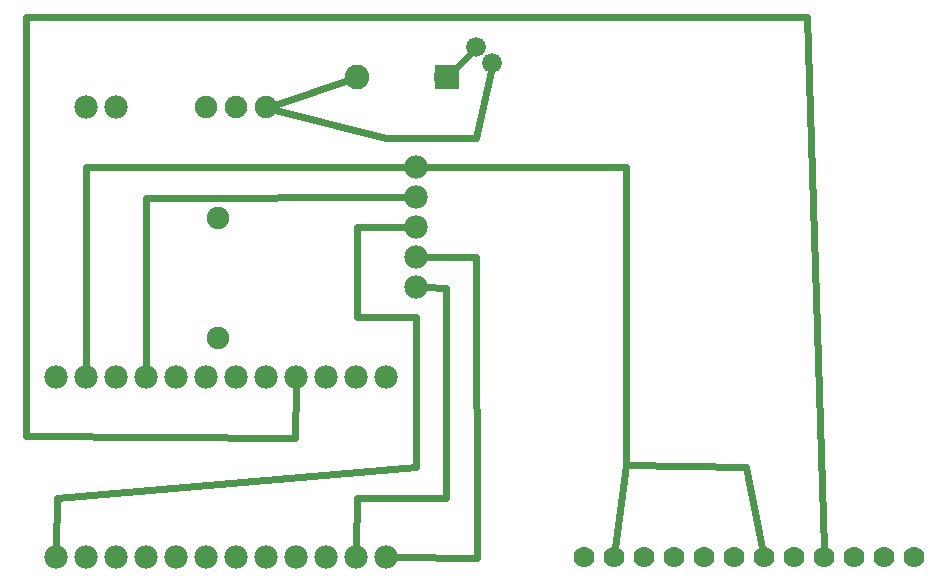
<source format=gtl>
G04 MADE WITH FRITZING*
G04 WWW.FRITZING.ORG*
G04 DOUBLE SIDED*
G04 HOLES PLATED*
G04 CONTOUR ON CENTER OF CONTOUR VECTOR*
%ASAXBY*%
%FSLAX23Y23*%
%MOIN*%
%OFA0B0*%
%SFA1.0B1.0*%
%ADD10C,0.066000*%
%ADD11C,0.078000*%
%ADD12C,0.070000*%
%ADD13C,0.075000*%
%ADD14C,0.082000*%
%ADD15R,0.082000X0.082000*%
%ADD16C,0.024000*%
%LNCOPPER1*%
G90*
G70*
G54D10*
X1549Y1944D03*
X1602Y1891D03*
X1549Y1944D03*
X1602Y1891D03*
G54D11*
X149Y244D03*
X249Y244D03*
X349Y244D03*
X449Y244D03*
X549Y244D03*
X649Y244D03*
X749Y244D03*
X849Y244D03*
X949Y244D03*
X1049Y244D03*
X1149Y244D03*
X1249Y244D03*
X149Y844D03*
X249Y844D03*
X349Y844D03*
X449Y844D03*
X549Y844D03*
X649Y844D03*
X749Y844D03*
X849Y844D03*
X949Y844D03*
X1049Y844D03*
X1149Y844D03*
X1249Y844D03*
X1349Y1544D03*
X1349Y1444D03*
X1349Y1344D03*
X1349Y1244D03*
X1349Y1144D03*
X349Y1744D03*
X249Y1744D03*
G54D12*
X3008Y244D03*
X2908Y244D03*
X2808Y244D03*
X2708Y244D03*
X2608Y244D03*
X2508Y244D03*
X2408Y244D03*
X2308Y244D03*
X2208Y244D03*
X2108Y244D03*
X2008Y244D03*
X1908Y244D03*
G54D13*
X849Y1744D03*
X749Y1744D03*
X649Y1744D03*
G54D14*
X1449Y1844D03*
X1151Y1844D03*
G54D13*
X688Y975D03*
X688Y1375D03*
G54D15*
X1450Y1844D03*
G54D16*
X1349Y545D02*
X150Y443D01*
D02*
X1349Y1045D02*
X1349Y545D01*
D02*
X1150Y1045D02*
X1349Y1045D01*
D02*
X1150Y1346D02*
X1150Y1045D01*
D02*
X150Y443D02*
X149Y275D01*
D02*
X1319Y1345D02*
X1150Y1346D01*
D02*
X447Y1443D02*
X449Y875D01*
D02*
X1319Y1444D02*
X447Y1443D01*
D02*
X248Y1545D02*
X249Y875D01*
D02*
X1319Y1544D02*
X248Y1545D01*
D02*
X2650Y2045D02*
X48Y2045D01*
D02*
X48Y2045D02*
X49Y648D01*
D02*
X49Y648D02*
X945Y641D01*
D02*
X945Y641D02*
X948Y814D01*
D02*
X2707Y276D02*
X2650Y2045D01*
D02*
X2449Y544D02*
X2502Y275D01*
D02*
X2049Y552D02*
X2449Y544D01*
D02*
X2049Y552D02*
X2049Y1545D01*
D02*
X2049Y1545D02*
X1379Y1544D01*
D02*
X2012Y275D02*
X2049Y552D01*
D02*
X1150Y443D02*
X1149Y275D01*
D02*
X1449Y441D02*
X1150Y443D01*
D02*
X1447Y1142D02*
X1449Y441D01*
D02*
X1379Y1144D02*
X1447Y1142D01*
D02*
X1552Y241D02*
X1279Y244D01*
D02*
X1549Y1244D02*
X1552Y241D01*
D02*
X1379Y1244D02*
X1549Y1244D01*
D02*
X1549Y1643D02*
X1248Y1643D01*
D02*
X1248Y1643D02*
X876Y1737D01*
D02*
X1596Y1865D02*
X1549Y1643D01*
D02*
X1530Y1925D02*
X1471Y1867D01*
D02*
X1120Y1834D02*
X876Y1753D01*
G04 End of Copper1*
M02*
</source>
